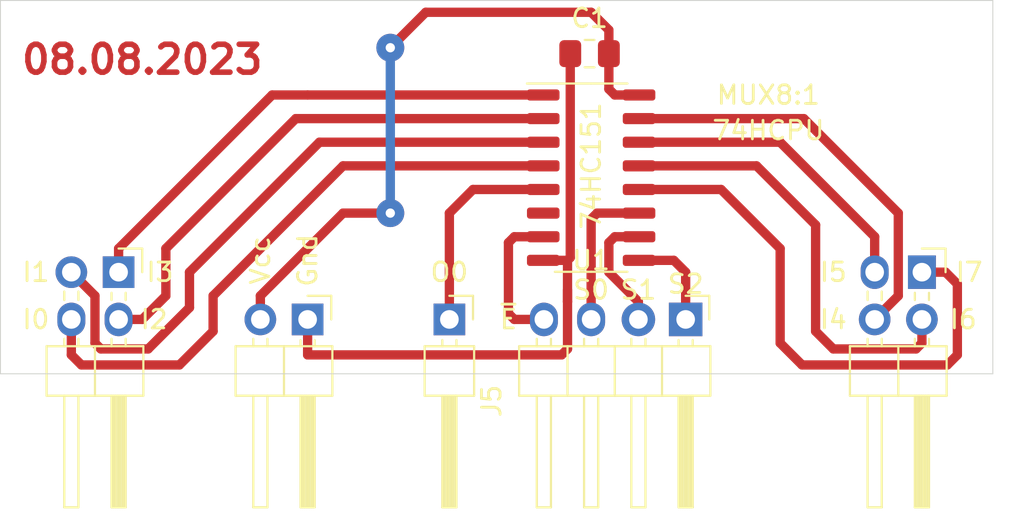
<source format=kicad_pcb>
(kicad_pcb (version 20171130) (host pcbnew "(5.1.8)-1")

  (general
    (thickness 1.6)
    (drawings 23)
    (tracks 90)
    (zones 0)
    (modules 7)
    (nets 17)
  )

  (page A4 portrait)
  (layers
    (0 F.Cu signal)
    (31 B.Cu signal)
    (32 B.Adhes user)
    (33 F.Adhes user)
    (34 B.Paste user)
    (35 F.Paste user)
    (36 B.SilkS user)
    (37 F.SilkS user)
    (38 B.Mask user)
    (39 F.Mask user)
    (40 Dwgs.User user)
    (41 Cmts.User user)
    (42 Eco1.User user)
    (43 Eco2.User user)
    (44 Edge.Cuts user)
    (45 Margin user)
    (46 B.CrtYd user)
    (47 F.CrtYd user)
    (48 B.Fab user)
    (49 F.Fab user)
  )

  (setup
    (last_trace_width 0.5)
    (user_trace_width 0.5)
    (user_trace_width 0.6)
    (user_trace_width 0.8)
    (trace_clearance 0.2)
    (zone_clearance 0.508)
    (zone_45_only no)
    (trace_min 0.2)
    (via_size 0.8)
    (via_drill 0.4)
    (via_min_size 0.4)
    (via_min_drill 0.3)
    (user_via 1.5 0.5)
    (uvia_size 0.3)
    (uvia_drill 0.1)
    (uvias_allowed no)
    (uvia_min_size 0.2)
    (uvia_min_drill 0.1)
    (edge_width 0.05)
    (segment_width 0.2)
    (pcb_text_width 0.3)
    (pcb_text_size 1.5 1.5)
    (mod_edge_width 0.12)
    (mod_text_size 1 1)
    (mod_text_width 0.15)
    (pad_size 1.8 1.5)
    (pad_drill 1)
    (pad_to_mask_clearance 0)
    (aux_axis_origin 0 0)
    (visible_elements 7FFFFFFF)
    (pcbplotparams
      (layerselection 0x010f0_ffffffff)
      (usegerberextensions false)
      (usegerberattributes true)
      (usegerberadvancedattributes true)
      (creategerberjobfile false)
      (excludeedgelayer true)
      (linewidth 0.100000)
      (plotframeref false)
      (viasonmask false)
      (mode 1)
      (useauxorigin false)
      (hpglpennumber 1)
      (hpglpenspeed 20)
      (hpglpendiameter 15.000000)
      (psnegative false)
      (psa4output false)
      (plotreference true)
      (plotvalue true)
      (plotinvisibletext false)
      (padsonsilk false)
      (subtractmaskfromsilk false)
      (outputformat 1)
      (mirror false)
      (drillshape 0)
      (scaleselection 1)
      (outputdirectory "gerber"))
  )

  (net 0 "")
  (net 1 VCC)
  (net 2 GND)
  (net 3 /~E)
  (net 4 /S0)
  (net 5 /S1)
  (net 6 /O0)
  (net 7 /I3)
  (net 8 /I2)
  (net 9 /I1)
  (net 10 /I0)
  (net 11 /I7)
  (net 12 /I6)
  (net 13 /I5)
  (net 14 /I4)
  (net 15 /S2)
  (net 16 "Net-(U1-Pad6)")

  (net_class Default "This is the default net class."
    (clearance 0.2)
    (trace_width 0.25)
    (via_dia 0.8)
    (via_drill 0.4)
    (uvia_dia 0.3)
    (uvia_drill 0.1)
    (add_net /I0)
    (add_net /I1)
    (add_net /I2)
    (add_net /I3)
    (add_net /I4)
    (add_net /I5)
    (add_net /I6)
    (add_net /I7)
    (add_net /O0)
    (add_net /S0)
    (add_net /S1)
    (add_net /S2)
    (add_net /~E)
    (add_net GND)
    (add_net "Net-(U1-Pad6)")
    (add_net VCC)
  )

  (module Package_SO:SO-16_3.9x9.9mm_P1.27mm (layer F.Cu) (tedit 5E888720) (tstamp 64D1C083)
    (at 104.14 55.88)
    (descr "SO, 16 Pin (https://www.nxp.com/docs/en/package-information/SOT109-1.pdf), generated with kicad-footprint-generator ipc_gullwing_generator.py")
    (tags "SO SO")
    (path /64D15F99)
    (attr smd)
    (fp_text reference U1 (at 0 4.445) (layer F.SilkS)
      (effects (font (size 1 1) (thickness 0.15)))
    )
    (fp_text value 74LS151 (at 0 5.9) (layer F.Fab)
      (effects (font (size 1 1) (thickness 0.15)))
    )
    (fp_line (start 3.7 -5.2) (end -3.7 -5.2) (layer F.CrtYd) (width 0.05))
    (fp_line (start 3.7 5.2) (end 3.7 -5.2) (layer F.CrtYd) (width 0.05))
    (fp_line (start -3.7 5.2) (end 3.7 5.2) (layer F.CrtYd) (width 0.05))
    (fp_line (start -3.7 -5.2) (end -3.7 5.2) (layer F.CrtYd) (width 0.05))
    (fp_line (start -1.95 -3.975) (end -0.975 -4.95) (layer F.Fab) (width 0.1))
    (fp_line (start -1.95 4.95) (end -1.95 -3.975) (layer F.Fab) (width 0.1))
    (fp_line (start 1.95 4.95) (end -1.95 4.95) (layer F.Fab) (width 0.1))
    (fp_line (start 1.95 -4.95) (end 1.95 4.95) (layer F.Fab) (width 0.1))
    (fp_line (start -0.975 -4.95) (end 1.95 -4.95) (layer F.Fab) (width 0.1))
    (fp_line (start 0 -5.06) (end -3.45 -5.06) (layer F.SilkS) (width 0.12))
    (fp_line (start 0 -5.06) (end 1.95 -5.06) (layer F.SilkS) (width 0.12))
    (fp_line (start 0 5.06) (end -1.95 5.06) (layer F.SilkS) (width 0.12))
    (fp_line (start 0 5.06) (end 1.95 5.06) (layer F.SilkS) (width 0.12))
    (fp_text user %R (at 0 0) (layer F.Fab)
      (effects (font (size 0.98 0.98) (thickness 0.15)))
    )
    (pad 16 smd roundrect (at 2.575 -4.445) (size 1.75 0.6) (layers F.Cu F.Paste F.Mask) (roundrect_rratio 0.25)
      (net 1 VCC))
    (pad 15 smd roundrect (at 2.575 -3.175) (size 1.75 0.6) (layers F.Cu F.Paste F.Mask) (roundrect_rratio 0.25)
      (net 14 /I4))
    (pad 14 smd roundrect (at 2.575 -1.905) (size 1.75 0.6) (layers F.Cu F.Paste F.Mask) (roundrect_rratio 0.25)
      (net 13 /I5))
    (pad 13 smd roundrect (at 2.575 -0.635) (size 1.75 0.6) (layers F.Cu F.Paste F.Mask) (roundrect_rratio 0.25)
      (net 12 /I6))
    (pad 12 smd roundrect (at 2.575 0.635) (size 1.75 0.6) (layers F.Cu F.Paste F.Mask) (roundrect_rratio 0.25)
      (net 11 /I7))
    (pad 11 smd roundrect (at 2.575 1.905) (size 1.75 0.6) (layers F.Cu F.Paste F.Mask) (roundrect_rratio 0.25)
      (net 4 /S0))
    (pad 10 smd roundrect (at 2.575 3.175) (size 1.75 0.6) (layers F.Cu F.Paste F.Mask) (roundrect_rratio 0.25)
      (net 5 /S1))
    (pad 9 smd roundrect (at 2.575 4.445) (size 1.75 0.6) (layers F.Cu F.Paste F.Mask) (roundrect_rratio 0.25)
      (net 15 /S2))
    (pad 8 smd roundrect (at -2.575 4.445) (size 1.75 0.6) (layers F.Cu F.Paste F.Mask) (roundrect_rratio 0.25)
      (net 2 GND))
    (pad 7 smd roundrect (at -2.575 3.175) (size 1.75 0.6) (layers F.Cu F.Paste F.Mask) (roundrect_rratio 0.25)
      (net 3 /~E))
    (pad 6 smd roundrect (at -2.575 1.905) (size 1.75 0.6) (layers F.Cu F.Paste F.Mask) (roundrect_rratio 0.25)
      (net 16 "Net-(U1-Pad6)"))
    (pad 5 smd roundrect (at -2.575 0.635) (size 1.75 0.6) (layers F.Cu F.Paste F.Mask) (roundrect_rratio 0.25)
      (net 6 /O0))
    (pad 4 smd roundrect (at -2.575 -0.635) (size 1.75 0.6) (layers F.Cu F.Paste F.Mask) (roundrect_rratio 0.25)
      (net 10 /I0))
    (pad 3 smd roundrect (at -2.575 -1.905) (size 1.75 0.6) (layers F.Cu F.Paste F.Mask) (roundrect_rratio 0.25)
      (net 9 /I1))
    (pad 2 smd roundrect (at -2.575 -3.175) (size 1.75 0.6) (layers F.Cu F.Paste F.Mask) (roundrect_rratio 0.25)
      (net 8 /I2))
    (pad 1 smd roundrect (at -2.575 -4.445) (size 1.75 0.6) (layers F.Cu F.Paste F.Mask) (roundrect_rratio 0.25)
      (net 7 /I3))
    (model ${KISYS3DMOD}/Package_SO.3dshapes/SO-16_3.9x9.9mm_P1.27mm.wrl
      (at (xyz 0 0 0))
      (scale (xyz 1 1 1))
      (rotate (xyz 0 0 0))
    )
  )

  (module Connector_PinHeader_2.54mm:PinHeader_1x01_P2.54mm_Horizontal (layer F.Cu) (tedit 59FED5CB) (tstamp 64D1C061)
    (at 96.52 63.5 270)
    (descr "Through hole angled pin header, 1x01, 2.54mm pitch, 6mm pin length, single row")
    (tags "Through hole angled pin header THT 1x01 2.54mm single row")
    (path /64D2003B)
    (fp_text reference J5 (at 4.385 -2.27 90) (layer F.SilkS)
      (effects (font (size 1 1) (thickness 0.15)))
    )
    (fp_text value Conn_01x01_Male (at 4.385 2.27 90) (layer F.Fab)
      (effects (font (size 1 1) (thickness 0.15)))
    )
    (fp_line (start 10.55 -1.8) (end -1.8 -1.8) (layer F.CrtYd) (width 0.05))
    (fp_line (start 10.55 1.8) (end 10.55 -1.8) (layer F.CrtYd) (width 0.05))
    (fp_line (start -1.8 1.8) (end 10.55 1.8) (layer F.CrtYd) (width 0.05))
    (fp_line (start -1.8 -1.8) (end -1.8 1.8) (layer F.CrtYd) (width 0.05))
    (fp_line (start -1.27 -1.27) (end 0 -1.27) (layer F.SilkS) (width 0.12))
    (fp_line (start -1.27 0) (end -1.27 -1.27) (layer F.SilkS) (width 0.12))
    (fp_line (start 1.11 0.38) (end 1.44 0.38) (layer F.SilkS) (width 0.12))
    (fp_line (start 1.11 -0.38) (end 1.44 -0.38) (layer F.SilkS) (width 0.12))
    (fp_line (start 4.1 0.28) (end 10.1 0.28) (layer F.SilkS) (width 0.12))
    (fp_line (start 4.1 0.16) (end 10.1 0.16) (layer F.SilkS) (width 0.12))
    (fp_line (start 4.1 0.04) (end 10.1 0.04) (layer F.SilkS) (width 0.12))
    (fp_line (start 4.1 -0.08) (end 10.1 -0.08) (layer F.SilkS) (width 0.12))
    (fp_line (start 4.1 -0.2) (end 10.1 -0.2) (layer F.SilkS) (width 0.12))
    (fp_line (start 4.1 -0.32) (end 10.1 -0.32) (layer F.SilkS) (width 0.12))
    (fp_line (start 10.1 0.38) (end 4.1 0.38) (layer F.SilkS) (width 0.12))
    (fp_line (start 10.1 -0.38) (end 10.1 0.38) (layer F.SilkS) (width 0.12))
    (fp_line (start 4.1 -0.38) (end 10.1 -0.38) (layer F.SilkS) (width 0.12))
    (fp_line (start 4.1 -1.33) (end 1.44 -1.33) (layer F.SilkS) (width 0.12))
    (fp_line (start 4.1 1.33) (end 4.1 -1.33) (layer F.SilkS) (width 0.12))
    (fp_line (start 1.44 1.33) (end 4.1 1.33) (layer F.SilkS) (width 0.12))
    (fp_line (start 1.44 -1.33) (end 1.44 1.33) (layer F.SilkS) (width 0.12))
    (fp_line (start 4.04 0.32) (end 10.04 0.32) (layer F.Fab) (width 0.1))
    (fp_line (start 10.04 -0.32) (end 10.04 0.32) (layer F.Fab) (width 0.1))
    (fp_line (start 4.04 -0.32) (end 10.04 -0.32) (layer F.Fab) (width 0.1))
    (fp_line (start -0.32 0.32) (end 1.5 0.32) (layer F.Fab) (width 0.1))
    (fp_line (start -0.32 -0.32) (end -0.32 0.32) (layer F.Fab) (width 0.1))
    (fp_line (start -0.32 -0.32) (end 1.5 -0.32) (layer F.Fab) (width 0.1))
    (fp_line (start 1.5 -0.635) (end 2.135 -1.27) (layer F.Fab) (width 0.1))
    (fp_line (start 1.5 1.27) (end 1.5 -0.635) (layer F.Fab) (width 0.1))
    (fp_line (start 4.04 1.27) (end 1.5 1.27) (layer F.Fab) (width 0.1))
    (fp_line (start 4.04 -1.27) (end 4.04 1.27) (layer F.Fab) (width 0.1))
    (fp_line (start 2.135 -1.27) (end 4.04 -1.27) (layer F.Fab) (width 0.1))
    (fp_text user %R (at 2.77 0) (layer F.Fab)
      (effects (font (size 1 1) (thickness 0.15)))
    )
    (pad 1 thru_hole rect (at 0 0 270) (size 1.7 1.7) (drill 1) (layers *.Cu *.Mask)
      (net 6 /O0))
    (model ${KISYS3DMOD}/Connector_PinHeader_2.54mm.3dshapes/PinHeader_1x01_P2.54mm_Horizontal.wrl
      (at (xyz 0 0 0))
      (scale (xyz 1 1 1))
      (rotate (xyz 0 0 0))
    )
  )

  (module Connector_PinHeader_2.54mm:PinHeader_1x04_P2.54mm_Horizontal (layer F.Cu) (tedit 64D160A7) (tstamp 64D1BFD7)
    (at 109.22 63.5 270)
    (descr "Through hole angled pin header, 1x04, 2.54mm pitch, 6mm pin length, single row")
    (tags "Through hole angled pin header THT 1x04 2.54mm single row")
    (path /64D1A0A6)
    (fp_text reference J3 (at 1.905 -3.175 90) (layer F.SilkS) hide
      (effects (font (size 1 1) (thickness 0.15)))
    )
    (fp_text value Conn_01x04_Male (at 4.385 9.89 90) (layer F.Fab)
      (effects (font (size 1 1) (thickness 0.15)))
    )
    (fp_line (start 10.55 -1.8) (end -1.8 -1.8) (layer F.CrtYd) (width 0.05))
    (fp_line (start 10.55 9.4) (end 10.55 -1.8) (layer F.CrtYd) (width 0.05))
    (fp_line (start -1.8 9.4) (end 10.55 9.4) (layer F.CrtYd) (width 0.05))
    (fp_line (start -1.8 -1.8) (end -1.8 9.4) (layer F.CrtYd) (width 0.05))
    (fp_line (start -1.27 -1.27) (end 0 -1.27) (layer F.SilkS) (width 0.12))
    (fp_line (start -1.27 0) (end -1.27 -1.27) (layer F.SilkS) (width 0.12))
    (fp_line (start 1.042929 8) (end 1.44 8) (layer F.SilkS) (width 0.12))
    (fp_line (start 1.042929 7.24) (end 1.44 7.24) (layer F.SilkS) (width 0.12))
    (fp_line (start 10.1 8) (end 4.1 8) (layer F.SilkS) (width 0.12))
    (fp_line (start 10.1 7.24) (end 10.1 8) (layer F.SilkS) (width 0.12))
    (fp_line (start 4.1 7.24) (end 10.1 7.24) (layer F.SilkS) (width 0.12))
    (fp_line (start 1.44 6.35) (end 4.1 6.35) (layer F.SilkS) (width 0.12))
    (fp_line (start 1.042929 5.46) (end 1.44 5.46) (layer F.SilkS) (width 0.12))
    (fp_line (start 1.042929 4.7) (end 1.44 4.7) (layer F.SilkS) (width 0.12))
    (fp_line (start 10.1 5.46) (end 4.1 5.46) (layer F.SilkS) (width 0.12))
    (fp_line (start 10.1 4.7) (end 10.1 5.46) (layer F.SilkS) (width 0.12))
    (fp_line (start 4.1 4.7) (end 10.1 4.7) (layer F.SilkS) (width 0.12))
    (fp_line (start 1.44 3.81) (end 4.1 3.81) (layer F.SilkS) (width 0.12))
    (fp_line (start 1.042929 2.92) (end 1.44 2.92) (layer F.SilkS) (width 0.12))
    (fp_line (start 1.042929 2.16) (end 1.44 2.16) (layer F.SilkS) (width 0.12))
    (fp_line (start 10.1 2.92) (end 4.1 2.92) (layer F.SilkS) (width 0.12))
    (fp_line (start 10.1 2.16) (end 10.1 2.92) (layer F.SilkS) (width 0.12))
    (fp_line (start 4.1 2.16) (end 10.1 2.16) (layer F.SilkS) (width 0.12))
    (fp_line (start 1.44 1.27) (end 4.1 1.27) (layer F.SilkS) (width 0.12))
    (fp_line (start 1.11 0.38) (end 1.44 0.38) (layer F.SilkS) (width 0.12))
    (fp_line (start 1.11 -0.38) (end 1.44 -0.38) (layer F.SilkS) (width 0.12))
    (fp_line (start 4.1 0.28) (end 10.1 0.28) (layer F.SilkS) (width 0.12))
    (fp_line (start 4.1 0.16) (end 10.1 0.16) (layer F.SilkS) (width 0.12))
    (fp_line (start 4.1 0.04) (end 10.1 0.04) (layer F.SilkS) (width 0.12))
    (fp_line (start 4.1 -0.08) (end 10.1 -0.08) (layer F.SilkS) (width 0.12))
    (fp_line (start 4.1 -0.2) (end 10.1 -0.2) (layer F.SilkS) (width 0.12))
    (fp_line (start 4.1 -0.32) (end 10.1 -0.32) (layer F.SilkS) (width 0.12))
    (fp_line (start 10.1 0.38) (end 4.1 0.38) (layer F.SilkS) (width 0.12))
    (fp_line (start 10.1 -0.38) (end 10.1 0.38) (layer F.SilkS) (width 0.12))
    (fp_line (start 4.1 -0.38) (end 10.1 -0.38) (layer F.SilkS) (width 0.12))
    (fp_line (start 4.1 -1.33) (end 1.44 -1.33) (layer F.SilkS) (width 0.12))
    (fp_line (start 4.1 8.95) (end 4.1 -1.33) (layer F.SilkS) (width 0.12))
    (fp_line (start 1.44 8.95) (end 4.1 8.95) (layer F.SilkS) (width 0.12))
    (fp_line (start 1.44 -1.33) (end 1.44 8.95) (layer F.SilkS) (width 0.12))
    (fp_line (start 4.04 7.94) (end 10.04 7.94) (layer F.Fab) (width 0.1))
    (fp_line (start 10.04 7.3) (end 10.04 7.94) (layer F.Fab) (width 0.1))
    (fp_line (start 4.04 7.3) (end 10.04 7.3) (layer F.Fab) (width 0.1))
    (fp_line (start -0.32 7.94) (end 1.5 7.94) (layer F.Fab) (width 0.1))
    (fp_line (start -0.32 7.3) (end -0.32 7.94) (layer F.Fab) (width 0.1))
    (fp_line (start -0.32 7.3) (end 1.5 7.3) (layer F.Fab) (width 0.1))
    (fp_line (start 4.04 5.4) (end 10.04 5.4) (layer F.Fab) (width 0.1))
    (fp_line (start 10.04 4.76) (end 10.04 5.4) (layer F.Fab) (width 0.1))
    (fp_line (start 4.04 4.76) (end 10.04 4.76) (layer F.Fab) (width 0.1))
    (fp_line (start -0.32 5.4) (end 1.5 5.4) (layer F.Fab) (width 0.1))
    (fp_line (start -0.32 4.76) (end -0.32 5.4) (layer F.Fab) (width 0.1))
    (fp_line (start -0.32 4.76) (end 1.5 4.76) (layer F.Fab) (width 0.1))
    (fp_line (start 4.04 2.86) (end 10.04 2.86) (layer F.Fab) (width 0.1))
    (fp_line (start 10.04 2.22) (end 10.04 2.86) (layer F.Fab) (width 0.1))
    (fp_line (start 4.04 2.22) (end 10.04 2.22) (layer F.Fab) (width 0.1))
    (fp_line (start -0.32 2.86) (end 1.5 2.86) (layer F.Fab) (width 0.1))
    (fp_line (start -0.32 2.22) (end -0.32 2.86) (layer F.Fab) (width 0.1))
    (fp_line (start -0.32 2.22) (end 1.5 2.22) (layer F.Fab) (width 0.1))
    (fp_line (start 4.04 0.32) (end 10.04 0.32) (layer F.Fab) (width 0.1))
    (fp_line (start 10.04 -0.32) (end 10.04 0.32) (layer F.Fab) (width 0.1))
    (fp_line (start 4.04 -0.32) (end 10.04 -0.32) (layer F.Fab) (width 0.1))
    (fp_line (start -0.32 0.32) (end 1.5 0.32) (layer F.Fab) (width 0.1))
    (fp_line (start -0.32 -0.32) (end -0.32 0.32) (layer F.Fab) (width 0.1))
    (fp_line (start -0.32 -0.32) (end 1.5 -0.32) (layer F.Fab) (width 0.1))
    (fp_line (start 1.5 -0.635) (end 2.135 -1.27) (layer F.Fab) (width 0.1))
    (fp_line (start 1.5 8.89) (end 1.5 -0.635) (layer F.Fab) (width 0.1))
    (fp_line (start 4.04 8.89) (end 1.5 8.89) (layer F.Fab) (width 0.1))
    (fp_line (start 4.04 -1.27) (end 4.04 8.89) (layer F.Fab) (width 0.1))
    (fp_line (start 2.135 -1.27) (end 4.04 -1.27) (layer F.Fab) (width 0.1))
    (fp_text user %R (at 2.77 3.81) (layer F.Fab)
      (effects (font (size 1 1) (thickness 0.15)))
    )
    (pad 4 thru_hole oval (at 0 7.62 270) (size 1.8 1.5) (drill 1) (layers *.Cu *.Mask)
      (net 3 /~E))
    (pad 3 thru_hole oval (at 0 5.08 270) (size 1.8 1.5) (drill 1) (layers *.Cu *.Mask)
      (net 4 /S0))
    (pad 2 thru_hole oval (at 0 2.54 270) (size 1.8 1.8) (drill 1) (layers *.Cu *.Mask)
      (net 5 /S1))
    (pad 1 thru_hole rect (at 0 0 270) (size 1.8 1.8) (drill 1) (layers *.Cu *.Mask)
      (net 15 /S2))
    (model ${KISYS3DMOD}/Connector_PinHeader_2.54mm.3dshapes/PinHeader_1x04_P2.54mm_Horizontal.wrl
      (at (xyz 0 0 0))
      (scale (xyz 1 1 1))
      (rotate (xyz 0 0 0))
    )
  )

  (module Connector_PinHeader_2.54mm:PinHeader_2x02_P2.54mm_Horizontal (layer F.Cu) (tedit 64D16371) (tstamp 64820538)
    (at 121.92 60.96 270)
    (descr "Through hole angled pin header, 2x02, 2.54mm pitch, 6mm pin length, double rows")
    (tags "Through hole angled pin header THT 2x02 2.54mm double row")
    (path /6482170D)
    (fp_text reference J2 (at 3.175 -3.175 90) (layer F.SilkS) hide
      (effects (font (size 1 1) (thickness 0.15)))
    )
    (fp_text value Conn_01x04_Male (at 4.445 1.27 180) (layer F.Fab)
      (effects (font (size 1 1) (thickness 0.15)))
    )
    (fp_line (start 13.1 -1.8) (end -1.8 -1.8) (layer F.CrtYd) (width 0.05))
    (fp_line (start 13.1 4.35) (end 13.1 -1.8) (layer F.CrtYd) (width 0.05))
    (fp_line (start -1.8 4.35) (end 13.1 4.35) (layer F.CrtYd) (width 0.05))
    (fp_line (start -1.8 -1.8) (end -1.8 4.35) (layer F.CrtYd) (width 0.05))
    (fp_line (start -1.27 -1.27) (end 0 -1.27) (layer F.SilkS) (width 0.12))
    (fp_line (start -1.27 0) (end -1.27 -1.27) (layer F.SilkS) (width 0.12))
    (fp_line (start 1.042929 2.92) (end 1.497071 2.92) (layer F.SilkS) (width 0.12))
    (fp_line (start 1.042929 2.16) (end 1.497071 2.16) (layer F.SilkS) (width 0.12))
    (fp_line (start 3.582929 2.92) (end 3.98 2.92) (layer F.SilkS) (width 0.12))
    (fp_line (start 3.582929 2.16) (end 3.98 2.16) (layer F.SilkS) (width 0.12))
    (fp_line (start 12.64 2.92) (end 6.64 2.92) (layer F.SilkS) (width 0.12))
    (fp_line (start 12.64 2.16) (end 12.64 2.92) (layer F.SilkS) (width 0.12))
    (fp_line (start 6.64 2.16) (end 12.64 2.16) (layer F.SilkS) (width 0.12))
    (fp_line (start 3.98 1.27) (end 6.64 1.27) (layer F.SilkS) (width 0.12))
    (fp_line (start 1.11 0.38) (end 1.497071 0.38) (layer F.SilkS) (width 0.12))
    (fp_line (start 1.11 -0.38) (end 1.497071 -0.38) (layer F.SilkS) (width 0.12))
    (fp_line (start 3.582929 0.38) (end 3.98 0.38) (layer F.SilkS) (width 0.12))
    (fp_line (start 3.582929 -0.38) (end 3.98 -0.38) (layer F.SilkS) (width 0.12))
    (fp_line (start 6.64 0.28) (end 12.64 0.28) (layer F.SilkS) (width 0.12))
    (fp_line (start 6.64 0.16) (end 12.64 0.16) (layer F.SilkS) (width 0.12))
    (fp_line (start 6.64 0.04) (end 12.64 0.04) (layer F.SilkS) (width 0.12))
    (fp_line (start 6.64 -0.08) (end 12.64 -0.08) (layer F.SilkS) (width 0.12))
    (fp_line (start 6.64 -0.2) (end 12.64 -0.2) (layer F.SilkS) (width 0.12))
    (fp_line (start 6.64 -0.32) (end 12.64 -0.32) (layer F.SilkS) (width 0.12))
    (fp_line (start 12.64 0.38) (end 6.64 0.38) (layer F.SilkS) (width 0.12))
    (fp_line (start 12.64 -0.38) (end 12.64 0.38) (layer F.SilkS) (width 0.12))
    (fp_line (start 6.64 -0.38) (end 12.64 -0.38) (layer F.SilkS) (width 0.12))
    (fp_line (start 6.64 -1.33) (end 3.98 -1.33) (layer F.SilkS) (width 0.12))
    (fp_line (start 6.64 3.87) (end 6.64 -1.33) (layer F.SilkS) (width 0.12))
    (fp_line (start 3.98 3.87) (end 6.64 3.87) (layer F.SilkS) (width 0.12))
    (fp_line (start 3.98 -1.33) (end 3.98 3.87) (layer F.SilkS) (width 0.12))
    (fp_line (start 6.58 2.86) (end 12.58 2.86) (layer F.Fab) (width 0.1))
    (fp_line (start 12.58 2.22) (end 12.58 2.86) (layer F.Fab) (width 0.1))
    (fp_line (start 6.58 2.22) (end 12.58 2.22) (layer F.Fab) (width 0.1))
    (fp_line (start -0.32 2.86) (end 4.04 2.86) (layer F.Fab) (width 0.1))
    (fp_line (start -0.32 2.22) (end -0.32 2.86) (layer F.Fab) (width 0.1))
    (fp_line (start -0.32 2.22) (end 4.04 2.22) (layer F.Fab) (width 0.1))
    (fp_line (start 6.58 0.32) (end 12.58 0.32) (layer F.Fab) (width 0.1))
    (fp_line (start 12.58 -0.32) (end 12.58 0.32) (layer F.Fab) (width 0.1))
    (fp_line (start 6.58 -0.32) (end 12.58 -0.32) (layer F.Fab) (width 0.1))
    (fp_line (start -0.32 0.32) (end 4.04 0.32) (layer F.Fab) (width 0.1))
    (fp_line (start -0.32 -0.32) (end -0.32 0.32) (layer F.Fab) (width 0.1))
    (fp_line (start -0.32 -0.32) (end 4.04 -0.32) (layer F.Fab) (width 0.1))
    (fp_line (start 4.04 -0.635) (end 4.675 -1.27) (layer F.Fab) (width 0.1))
    (fp_line (start 4.04 3.81) (end 4.04 -0.635) (layer F.Fab) (width 0.1))
    (fp_line (start 6.58 3.81) (end 4.04 3.81) (layer F.Fab) (width 0.1))
    (fp_line (start 6.58 -1.27) (end 6.58 3.81) (layer F.Fab) (width 0.1))
    (fp_line (start 4.675 -1.27) (end 6.58 -1.27) (layer F.Fab) (width 0.1))
    (fp_text user %R (at 5.31 1.27) (layer F.Fab)
      (effects (font (size 1 1) (thickness 0.15)))
    )
    (pad 4 thru_hole oval (at 2.54 2.54 270) (size 1.7 1.7) (drill 1) (layers *.Cu *.Mask)
      (net 14 /I4))
    (pad 3 thru_hole oval (at 0 2.54 270) (size 1.8 1.5) (drill 1) (layers *.Cu *.Mask)
      (net 13 /I5))
    (pad 2 thru_hole oval (at 2.54 0 270) (size 1.7 1.7) (drill 1) (layers *.Cu *.Mask)
      (net 12 /I6))
    (pad 1 thru_hole rect (at 0 0 270) (size 1.8 1.5) (drill 1) (layers *.Cu *.Mask)
      (net 11 /I7))
    (model ${KISYS3DMOD}/Connector_PinHeader_2.54mm.3dshapes/PinHeader_2x02_P2.54mm_Horizontal.wrl
      (at (xyz 0 0 0))
      (scale (xyz 1 1 1))
      (rotate (xyz 0 0 0))
    )
  )

  (module Connector_PinHeader_2.54mm:PinHeader_2x02_P2.54mm_Horizontal (layer F.Cu) (tedit 64D16304) (tstamp 648204EB)
    (at 78.74 60.96 270)
    (descr "Through hole angled pin header, 2x02, 2.54mm pitch, 6mm pin length, double rows")
    (tags "Through hole angled pin header THT 2x02 2.54mm double row")
    (path /6482061C)
    (fp_text reference J1 (at 3.175 -3.175 90) (layer F.SilkS) hide
      (effects (font (size 1 1) (thickness 0.15)))
    )
    (fp_text value Conn_01x04_Male (at 4.445 -0.635 180) (layer F.Fab)
      (effects (font (size 1 1) (thickness 0.15)))
    )
    (fp_line (start 13.1 -1.8) (end -1.8 -1.8) (layer F.CrtYd) (width 0.05))
    (fp_line (start 13.1 4.35) (end 13.1 -1.8) (layer F.CrtYd) (width 0.05))
    (fp_line (start -1.8 4.35) (end 13.1 4.35) (layer F.CrtYd) (width 0.05))
    (fp_line (start -1.8 -1.8) (end -1.8 4.35) (layer F.CrtYd) (width 0.05))
    (fp_line (start -1.27 -1.27) (end 0 -1.27) (layer F.SilkS) (width 0.12))
    (fp_line (start -1.27 0) (end -1.27 -1.27) (layer F.SilkS) (width 0.12))
    (fp_line (start 1.042929 2.92) (end 1.497071 2.92) (layer F.SilkS) (width 0.12))
    (fp_line (start 1.042929 2.16) (end 1.497071 2.16) (layer F.SilkS) (width 0.12))
    (fp_line (start 3.582929 2.92) (end 3.98 2.92) (layer F.SilkS) (width 0.12))
    (fp_line (start 3.582929 2.16) (end 3.98 2.16) (layer F.SilkS) (width 0.12))
    (fp_line (start 12.64 2.92) (end 6.64 2.92) (layer F.SilkS) (width 0.12))
    (fp_line (start 12.64 2.16) (end 12.64 2.92) (layer F.SilkS) (width 0.12))
    (fp_line (start 6.64 2.16) (end 12.64 2.16) (layer F.SilkS) (width 0.12))
    (fp_line (start 3.98 1.27) (end 6.64 1.27) (layer F.SilkS) (width 0.12))
    (fp_line (start 1.11 0.38) (end 1.497071 0.38) (layer F.SilkS) (width 0.12))
    (fp_line (start 1.11 -0.38) (end 1.497071 -0.38) (layer F.SilkS) (width 0.12))
    (fp_line (start 3.582929 0.38) (end 3.98 0.38) (layer F.SilkS) (width 0.12))
    (fp_line (start 3.582929 -0.38) (end 3.98 -0.38) (layer F.SilkS) (width 0.12))
    (fp_line (start 6.64 0.28) (end 12.64 0.28) (layer F.SilkS) (width 0.12))
    (fp_line (start 6.64 0.16) (end 12.64 0.16) (layer F.SilkS) (width 0.12))
    (fp_line (start 6.64 0.04) (end 12.64 0.04) (layer F.SilkS) (width 0.12))
    (fp_line (start 6.64 -0.08) (end 12.64 -0.08) (layer F.SilkS) (width 0.12))
    (fp_line (start 6.64 -0.2) (end 12.64 -0.2) (layer F.SilkS) (width 0.12))
    (fp_line (start 6.64 -0.32) (end 12.64 -0.32) (layer F.SilkS) (width 0.12))
    (fp_line (start 12.64 0.38) (end 6.64 0.38) (layer F.SilkS) (width 0.12))
    (fp_line (start 12.64 -0.38) (end 12.64 0.38) (layer F.SilkS) (width 0.12))
    (fp_line (start 6.64 -0.38) (end 12.64 -0.38) (layer F.SilkS) (width 0.12))
    (fp_line (start 6.64 -1.33) (end 3.98 -1.33) (layer F.SilkS) (width 0.12))
    (fp_line (start 6.64 3.87) (end 6.64 -1.33) (layer F.SilkS) (width 0.12))
    (fp_line (start 3.98 3.87) (end 6.64 3.87) (layer F.SilkS) (width 0.12))
    (fp_line (start 3.98 -1.33) (end 3.98 3.87) (layer F.SilkS) (width 0.12))
    (fp_line (start 6.58 2.86) (end 12.58 2.86) (layer F.Fab) (width 0.1))
    (fp_line (start 12.58 2.22) (end 12.58 2.86) (layer F.Fab) (width 0.1))
    (fp_line (start 6.58 2.22) (end 12.58 2.22) (layer F.Fab) (width 0.1))
    (fp_line (start -0.32 2.86) (end 4.04 2.86) (layer F.Fab) (width 0.1))
    (fp_line (start -0.32 2.22) (end -0.32 2.86) (layer F.Fab) (width 0.1))
    (fp_line (start -0.32 2.22) (end 4.04 2.22) (layer F.Fab) (width 0.1))
    (fp_line (start 6.58 0.32) (end 12.58 0.32) (layer F.Fab) (width 0.1))
    (fp_line (start 12.58 -0.32) (end 12.58 0.32) (layer F.Fab) (width 0.1))
    (fp_line (start 6.58 -0.32) (end 12.58 -0.32) (layer F.Fab) (width 0.1))
    (fp_line (start -0.32 0.32) (end 4.04 0.32) (layer F.Fab) (width 0.1))
    (fp_line (start -0.32 -0.32) (end -0.32 0.32) (layer F.Fab) (width 0.1))
    (fp_line (start -0.32 -0.32) (end 4.04 -0.32) (layer F.Fab) (width 0.1))
    (fp_line (start 4.04 -0.635) (end 4.675 -1.27) (layer F.Fab) (width 0.1))
    (fp_line (start 4.04 3.81) (end 4.04 -0.635) (layer F.Fab) (width 0.1))
    (fp_line (start 6.58 3.81) (end 4.04 3.81) (layer F.Fab) (width 0.1))
    (fp_line (start 6.58 -1.27) (end 6.58 3.81) (layer F.Fab) (width 0.1))
    (fp_line (start 4.675 -1.27) (end 6.58 -1.27) (layer F.Fab) (width 0.1))
    (fp_text user %R (at 5.31 1.27) (layer F.Fab)
      (effects (font (size 1 1) (thickness 0.15)))
    )
    (pad 4 thru_hole oval (at 2.54 2.54 270) (size 1.8 1.5) (drill 1) (layers *.Cu *.Mask)
      (net 10 /I0))
    (pad 3 thru_hole oval (at 0 2.54 270) (size 1.7 1.7) (drill 1) (layers *.Cu *.Mask)
      (net 9 /I1))
    (pad 2 thru_hole oval (at 2.54 0 270) (size 1.8 1.5) (drill 1) (layers *.Cu *.Mask)
      (net 8 /I2))
    (pad 1 thru_hole rect (at 0 0 270) (size 1.7 1.7) (drill 1) (layers *.Cu *.Mask)
      (net 7 /I3))
    (model ${KISYS3DMOD}/Connector_PinHeader_2.54mm.3dshapes/PinHeader_2x02_P2.54mm_Horizontal.wrl
      (at (xyz 0 0 0))
      (scale (xyz 1 1 1))
      (rotate (xyz 0 0 0))
    )
  )

  (module Capacitor_SMD:C_0805_2012Metric_Pad1.18x1.45mm_HandSolder (layer F.Cu) (tedit 5F68FEEF) (tstamp 6482049E)
    (at 104.055 49.2125 180)
    (descr "Capacitor SMD 0805 (2012 Metric), square (rectangular) end terminal, IPC_7351 nominal with elongated pad for handsoldering. (Body size source: IPC-SM-782 page 76, https://www.pcb-3d.com/wordpress/wp-content/uploads/ipc-sm-782a_amendment_1_and_2.pdf, https://docs.google.com/spreadsheets/d/1BsfQQcO9C6DZCsRaXUlFlo91Tg2WpOkGARC1WS5S8t0/edit?usp=sharing), generated with kicad-footprint-generator")
    (tags "capacitor handsolder")
    (path /64829BAA)
    (attr smd)
    (fp_text reference C1 (at 0 1.905) (layer F.SilkS)
      (effects (font (size 1 1) (thickness 0.15)))
    )
    (fp_text value C (at 0 1.68) (layer F.Fab)
      (effects (font (size 1 1) (thickness 0.15)))
    )
    (fp_line (start 1.88 0.98) (end -1.88 0.98) (layer F.CrtYd) (width 0.05))
    (fp_line (start 1.88 -0.98) (end 1.88 0.98) (layer F.CrtYd) (width 0.05))
    (fp_line (start -1.88 -0.98) (end 1.88 -0.98) (layer F.CrtYd) (width 0.05))
    (fp_line (start -1.88 0.98) (end -1.88 -0.98) (layer F.CrtYd) (width 0.05))
    (fp_line (start -0.261252 0.735) (end 0.261252 0.735) (layer F.SilkS) (width 0.12))
    (fp_line (start -0.261252 -0.735) (end 0.261252 -0.735) (layer F.SilkS) (width 0.12))
    (fp_line (start 1 0.625) (end -1 0.625) (layer F.Fab) (width 0.1))
    (fp_line (start 1 -0.625) (end 1 0.625) (layer F.Fab) (width 0.1))
    (fp_line (start -1 -0.625) (end 1 -0.625) (layer F.Fab) (width 0.1))
    (fp_line (start -1 0.625) (end -1 -0.625) (layer F.Fab) (width 0.1))
    (fp_text user %R (at 0 0) (layer F.Fab)
      (effects (font (size 0.5 0.5) (thickness 0.08)))
    )
    (pad 1 smd roundrect (at -1.0375 0 180) (size 1.175 1.45) (layers F.Cu F.Paste F.Mask) (roundrect_rratio 0.2127659574468085)
      (net 1 VCC))
    (pad 2 smd roundrect (at 1.0375 0 180) (size 1.175 1.45) (layers F.Cu F.Paste F.Mask) (roundrect_rratio 0.2127659574468085)
      (net 2 GND))
    (model ${KISYS3DMOD}/Capacitor_SMD.3dshapes/C_0805_2012Metric.wrl
      (at (xyz 0 0 0))
      (scale (xyz 1 1 1))
      (rotate (xyz 0 0 0))
    )
  )

  (module Connector_PinHeader_2.54mm:PinHeader_1x02_P2.54mm_Horizontal (layer F.Cu) (tedit 59FED5CB) (tstamp 648205AB)
    (at 88.9 63.5 270)
    (descr "Through hole angled pin header, 1x02, 2.54mm pitch, 6mm pin length, single row")
    (tags "Through hole angled pin header THT 1x02 2.54mm single row")
    (path /64822EFE)
    (fp_text reference J4 (at 0 -2.54 90) (layer F.SilkS) hide
      (effects (font (size 1 1) (thickness 0.15)))
    )
    (fp_text value Conn_01x02_Male (at 2.135 -1.27 180) (layer F.Fab)
      (effects (font (size 1 1) (thickness 0.15)))
    )
    (fp_line (start 10.55 -1.8) (end -1.8 -1.8) (layer F.CrtYd) (width 0.05))
    (fp_line (start 10.55 4.35) (end 10.55 -1.8) (layer F.CrtYd) (width 0.05))
    (fp_line (start -1.8 4.35) (end 10.55 4.35) (layer F.CrtYd) (width 0.05))
    (fp_line (start -1.8 -1.8) (end -1.8 4.35) (layer F.CrtYd) (width 0.05))
    (fp_line (start -1.27 -1.27) (end 0 -1.27) (layer F.SilkS) (width 0.12))
    (fp_line (start -1.27 0) (end -1.27 -1.27) (layer F.SilkS) (width 0.12))
    (fp_line (start 1.042929 2.92) (end 1.44 2.92) (layer F.SilkS) (width 0.12))
    (fp_line (start 1.042929 2.16) (end 1.44 2.16) (layer F.SilkS) (width 0.12))
    (fp_line (start 10.1 2.92) (end 4.1 2.92) (layer F.SilkS) (width 0.12))
    (fp_line (start 10.1 2.16) (end 10.1 2.92) (layer F.SilkS) (width 0.12))
    (fp_line (start 4.1 2.16) (end 10.1 2.16) (layer F.SilkS) (width 0.12))
    (fp_line (start 1.44 1.27) (end 4.1 1.27) (layer F.SilkS) (width 0.12))
    (fp_line (start 1.11 0.38) (end 1.44 0.38) (layer F.SilkS) (width 0.12))
    (fp_line (start 1.11 -0.38) (end 1.44 -0.38) (layer F.SilkS) (width 0.12))
    (fp_line (start 4.1 0.28) (end 10.1 0.28) (layer F.SilkS) (width 0.12))
    (fp_line (start 4.1 0.16) (end 10.1 0.16) (layer F.SilkS) (width 0.12))
    (fp_line (start 4.1 0.04) (end 10.1 0.04) (layer F.SilkS) (width 0.12))
    (fp_line (start 4.1 -0.08) (end 10.1 -0.08) (layer F.SilkS) (width 0.12))
    (fp_line (start 4.1 -0.2) (end 10.1 -0.2) (layer F.SilkS) (width 0.12))
    (fp_line (start 4.1 -0.32) (end 10.1 -0.32) (layer F.SilkS) (width 0.12))
    (fp_line (start 10.1 0.38) (end 4.1 0.38) (layer F.SilkS) (width 0.12))
    (fp_line (start 10.1 -0.38) (end 10.1 0.38) (layer F.SilkS) (width 0.12))
    (fp_line (start 4.1 -0.38) (end 10.1 -0.38) (layer F.SilkS) (width 0.12))
    (fp_line (start 4.1 -1.33) (end 1.44 -1.33) (layer F.SilkS) (width 0.12))
    (fp_line (start 4.1 3.87) (end 4.1 -1.33) (layer F.SilkS) (width 0.12))
    (fp_line (start 1.44 3.87) (end 4.1 3.87) (layer F.SilkS) (width 0.12))
    (fp_line (start 1.44 -1.33) (end 1.44 3.87) (layer F.SilkS) (width 0.12))
    (fp_line (start 4.04 2.86) (end 10.04 2.86) (layer F.Fab) (width 0.1))
    (fp_line (start 10.04 2.22) (end 10.04 2.86) (layer F.Fab) (width 0.1))
    (fp_line (start 4.04 2.22) (end 10.04 2.22) (layer F.Fab) (width 0.1))
    (fp_line (start -0.32 2.86) (end 1.5 2.86) (layer F.Fab) (width 0.1))
    (fp_line (start -0.32 2.22) (end -0.32 2.86) (layer F.Fab) (width 0.1))
    (fp_line (start -0.32 2.22) (end 1.5 2.22) (layer F.Fab) (width 0.1))
    (fp_line (start 4.04 0.32) (end 10.04 0.32) (layer F.Fab) (width 0.1))
    (fp_line (start 10.04 -0.32) (end 10.04 0.32) (layer F.Fab) (width 0.1))
    (fp_line (start 4.04 -0.32) (end 10.04 -0.32) (layer F.Fab) (width 0.1))
    (fp_line (start -0.32 0.32) (end 1.5 0.32) (layer F.Fab) (width 0.1))
    (fp_line (start -0.32 -0.32) (end -0.32 0.32) (layer F.Fab) (width 0.1))
    (fp_line (start -0.32 -0.32) (end 1.5 -0.32) (layer F.Fab) (width 0.1))
    (fp_line (start 1.5 -0.635) (end 2.135 -1.27) (layer F.Fab) (width 0.1))
    (fp_line (start 1.5 3.81) (end 1.5 -0.635) (layer F.Fab) (width 0.1))
    (fp_line (start 4.04 3.81) (end 1.5 3.81) (layer F.Fab) (width 0.1))
    (fp_line (start 4.04 -1.27) (end 4.04 3.81) (layer F.Fab) (width 0.1))
    (fp_line (start 2.135 -1.27) (end 4.04 -1.27) (layer F.Fab) (width 0.1))
    (fp_text user %R (at 2.77 1.27) (layer F.Fab)
      (effects (font (size 1 1) (thickness 0.15)))
    )
    (pad 1 thru_hole rect (at 0 0 270) (size 1.7 1.7) (drill 1) (layers *.Cu *.Mask)
      (net 2 GND))
    (pad 2 thru_hole oval (at 0 2.54 270) (size 1.7 1.7) (drill 1) (layers *.Cu *.Mask)
      (net 1 VCC))
    (model ${KISYS3DMOD}/Connector_PinHeader_2.54mm.3dshapes/PinHeader_1x02_P2.54mm_Horizontal.wrl
      (at (xyz 0 0 0))
      (scale (xyz 1 1 1))
      (rotate (xyz 0 0 0))
    )
  )

  (gr_text S2 (at 109.22 61.595) (layer F.SilkS) (tstamp 64D1F185)
    (effects (font (size 1 1) (thickness 0.15)))
  )
  (gr_text 08.08.2023 (at 80.01 49.53) (layer F.Cu)
    (effects (font (size 1.5 1.5) (thickness 0.3)))
  )
  (gr_text 74HCPU (at 113.665 53.34) (layer F.SilkS)
    (effects (font (size 1 1) (thickness 0.15)))
  )
  (gr_text MUX8:1 (at 113.665 51.435) (layer F.SilkS)
    (effects (font (size 1 1) (thickness 0.15)))
  )
  (gr_text 74HC151 (at 104.14 55.245 90) (layer F.SilkS)
    (effects (font (size 1 1) (thickness 0.15)))
  )
  (gr_text I7 (at 124.46 60.96) (layer F.SilkS)
    (effects (font (size 1 1) (thickness 0.15)))
  )
  (gr_text I6 (at 124.1425 63.5) (layer F.SilkS)
    (effects (font (size 1 1) (thickness 0.15)))
  )
  (gr_text I5 (at 117.1575 60.96) (layer F.SilkS)
    (effects (font (size 1 1) (thickness 0.15)))
  )
  (gr_text I4 (at 117.1575 63.5) (layer F.SilkS)
    (effects (font (size 1 1) (thickness 0.15)))
  )
  (gr_text S1 (at 106.68 61.9125) (layer F.SilkS)
    (effects (font (size 1 1) (thickness 0.15)))
  )
  (gr_text ~E (at 99.695 63.5) (layer F.SilkS)
    (effects (font (size 1 1) (thickness 0.15)))
  )
  (gr_text S0 (at 104.14 61.9125) (layer F.SilkS)
    (effects (font (size 1 1) (thickness 0.15)))
  )
  (gr_text I0 (at 74.295 63.5) (layer F.SilkS)
    (effects (font (size 1 1) (thickness 0.15)))
  )
  (gr_text I1 (at 74.295 60.96) (layer F.SilkS)
    (effects (font (size 1 1) (thickness 0.15)))
  )
  (gr_text I2 (at 80.645 63.5) (layer F.SilkS)
    (effects (font (size 1 1) (thickness 0.15)))
  )
  (gr_text I3 (at 80.9625 60.96) (layer F.SilkS)
    (effects (font (size 1 1) (thickness 0.15)))
  )
  (gr_text Gnd (at 88.9 60.325 90) (layer F.SilkS)
    (effects (font (size 1 1) (thickness 0.15)))
  )
  (gr_text Vcc (at 86.36 60.325 90) (layer F.SilkS)
    (effects (font (size 1 1) (thickness 0.15)))
  )
  (gr_text O0 (at 96.52 60.96) (layer F.SilkS)
    (effects (font (size 1 1) (thickness 0.15)))
  )
  (gr_line (start 72.39 46.355) (end 125.73 46.355) (layer Edge.Cuts) (width 0.05) (tstamp 64822BAC))
  (gr_line (start 72.39 66.421) (end 72.39 46.355) (layer Edge.Cuts) (width 0.05))
  (gr_line (start 125.73 66.421) (end 72.39 66.421) (layer Edge.Cuts) (width 0.05))
  (gr_line (start 125.73 46.355) (end 125.73 66.421) (layer Edge.Cuts) (width 0.05))

  (segment (start 105.0925 49.2125) (end 105.0925 51.1175) (width 0.5) (layer F.Cu) (net 1))
  (segment (start 105.0925 51.1175) (end 105.41 51.435) (width 0.5) (layer F.Cu) (net 1))
  (segment (start 105.41 51.435) (end 106.715 51.435) (width 0.5) (layer F.Cu) (net 1))
  (segment (start 86.36 63.5) (end 86.36 62.23) (width 0.5) (layer F.Cu) (net 1))
  (segment (start 86.36 62.23) (end 90.805 57.785) (width 0.5) (layer F.Cu) (net 1))
  (segment (start 90.805 57.785) (end 93.345 57.785) (width 0.5) (layer F.Cu) (net 1))
  (segment (start 105.0925 49.2125) (end 105.0925 47.9425) (width 0.5) (layer F.Cu) (net 1))
  (segment (start 105.0925 47.9425) (end 104.14 46.99) (width 0.5) (layer F.Cu) (net 1))
  (segment (start 104.14 46.99) (end 95.25 46.99) (width 0.5) (layer F.Cu) (net 1))
  (segment (start 95.25 46.99) (end 93.345 48.895) (width 0.5) (layer F.Cu) (net 1))
  (segment (start 93.345 48.895) (end 93.345 48.895) (width 0.5) (layer F.Cu) (net 1) (tstamp 64D1F21E))
  (via (at 93.345 48.895) (size 1.5) (drill 0.5) (layers F.Cu B.Cu) (net 1))
  (segment (start 93.345 57.785) (end 93.345 57.785) (width 0.5) (layer F.Cu) (net 1) (tstamp 64D1F220))
  (via (at 93.345 57.785) (size 1.5) (drill 0.5) (layers F.Cu B.Cu) (net 1))
  (segment (start 93.345 48.895) (end 93.345 57.785) (width 0.5) (layer B.Cu) (net 1))
  (segment (start 103.0175 49.2125) (end 103.0175 60.1775) (width 0.5) (layer F.Cu) (net 2))
  (segment (start 102.87 60.325) (end 101.565 60.325) (width 0.5) (layer F.Cu) (net 2))
  (segment (start 103.0175 60.1775) (end 102.87 60.325) (width 0.5) (layer F.Cu) (net 2))
  (segment (start 102.87 65.0875) (end 102.5525 65.405) (width 0.5) (layer F.Cu) (net 2))
  (segment (start 102.5525 65.405) (end 88.9 65.405) (width 0.5) (layer F.Cu) (net 2))
  (segment (start 88.9 65.405) (end 88.9 63.5) (width 0.5) (layer F.Cu) (net 2))
  (segment (start 102.87 61.9125) (end 102.87 62.5475) (width 0.5) (layer F.Cu) (net 2))
  (segment (start 102.87 62.5475) (end 102.87 60.325) (width 0.5) (layer F.Cu) (net 2))
  (segment (start 102.87 62.5475) (end 102.87 65.0875) (width 0.5) (layer F.Cu) (net 2))
  (segment (start 101.565 59.055) (end 100.0125 59.055) (width 0.5) (layer F.Cu) (net 3))
  (segment (start 100.0125 59.055) (end 99.695 59.3725) (width 0.5) (layer F.Cu) (net 3))
  (segment (start 99.695 59.3725) (end 99.695 63.1825) (width 0.5) (layer F.Cu) (net 3))
  (segment (start 100.0125 63.5) (end 101.6 63.5) (width 0.5) (layer F.Cu) (net 3))
  (segment (start 99.695 63.1825) (end 100.0125 63.5) (width 0.5) (layer F.Cu) (net 3))
  (segment (start 106.715 57.785) (end 104.4575 57.785) (width 0.5) (layer F.Cu) (net 4))
  (segment (start 104.4575 57.785) (end 104.14 58.1025) (width 0.5) (layer F.Cu) (net 4))
  (segment (start 104.14 58.1025) (end 104.14 63.5) (width 0.5) (layer F.Cu) (net 4))
  (segment (start 106.715 59.055) (end 105.41 59.055) (width 0.5) (layer F.Cu) (net 5))
  (segment (start 105.41 59.055) (end 105.0925 59.3725) (width 0.5) (layer F.Cu) (net 5))
  (segment (start 105.0925 59.3725) (end 105.0925 60.96) (width 0.5) (layer F.Cu) (net 5))
  (segment (start 106.68 62.5475) (end 106.68 63.5) (width 0.5) (layer F.Cu) (net 5))
  (segment (start 105.0925 60.96) (end 106.68 62.5475) (width 0.5) (layer F.Cu) (net 5))
  (segment (start 101.565 56.515) (end 97.79 56.515) (width 0.5) (layer F.Cu) (net 6))
  (segment (start 96.52 57.785) (end 96.52 63.5) (width 0.5) (layer F.Cu) (net 6))
  (segment (start 97.79 56.515) (end 96.52 57.785) (width 0.5) (layer F.Cu) (net 6))
  (segment (start 78.74 60.96) (end 78.74 59.69) (width 0.5) (layer F.Cu) (net 7))
  (segment (start 86.995 51.435) (end 88.9 51.435) (width 0.5) (layer F.Cu) (net 7))
  (segment (start 78.74 59.69) (end 86.995 51.435) (width 0.5) (layer F.Cu) (net 7))
  (segment (start 101.565 51.435) (end 88.9 51.435) (width 0.5) (layer F.Cu) (net 7))
  (segment (start 88.265 52.705) (end 101.565 52.705) (width 0.5) (layer F.Cu) (net 8))
  (segment (start 81.28 62.23) (end 81.28 59.69) (width 0.5) (layer F.Cu) (net 8))
  (segment (start 81.28 59.69) (end 88.265 52.705) (width 0.5) (layer F.Cu) (net 8))
  (segment (start 80.01 63.5) (end 81.28 62.23) (width 0.5) (layer F.Cu) (net 8))
  (segment (start 78.74 63.5) (end 80.01 63.5) (width 0.5) (layer F.Cu) (net 8))
  (segment (start 89.535 53.975) (end 101.565 53.975) (width 0.5) (layer F.Cu) (net 9))
  (segment (start 82.55 60.96) (end 89.535 53.975) (width 0.5) (layer F.Cu) (net 9))
  (segment (start 80.3275 65.0875) (end 82.55 62.865) (width 0.5) (layer F.Cu) (net 9))
  (segment (start 82.55 62.865) (end 82.55 60.96) (width 0.5) (layer F.Cu) (net 9))
  (segment (start 77.7875 65.0875) (end 80.3275 65.0875) (width 0.5) (layer F.Cu) (net 9))
  (segment (start 77.47 64.77) (end 77.7875 65.0875) (width 0.5) (layer F.Cu) (net 9))
  (segment (start 77.47 62.23) (end 77.47 64.77) (width 0.5) (layer F.Cu) (net 9))
  (segment (start 76.2 60.96) (end 77.47 62.23) (width 0.5) (layer F.Cu) (net 9))
  (segment (start 76.2 63.5) (end 76.2 65.405) (width 0.5) (layer F.Cu) (net 10))
  (segment (start 76.2 65.405) (end 76.74099 65.94599) (width 0.5) (layer F.Cu) (net 10))
  (segment (start 76.74099 65.94599) (end 82.00901 65.94599) (width 0.5) (layer F.Cu) (net 10))
  (segment (start 82.00901 65.94599) (end 83.82 64.135) (width 0.5) (layer F.Cu) (net 10))
  (segment (start 83.82 64.135) (end 83.82 62.23) (width 0.5) (layer F.Cu) (net 10))
  (segment (start 90.805 55.245) (end 101.565 55.245) (width 0.5) (layer F.Cu) (net 10))
  (segment (start 83.82 62.23) (end 90.805 55.245) (width 0.5) (layer F.Cu) (net 10))
  (segment (start 106.715 56.515) (end 111.125 56.515) (width 0.5) (layer F.Cu) (net 11))
  (segment (start 111.125 56.515) (end 114.3 59.69) (width 0.5) (layer F.Cu) (net 11))
  (segment (start 114.3 64.77) (end 115.47599 65.94599) (width 0.5) (layer F.Cu) (net 11))
  (segment (start 114.3 59.69) (end 114.3 64.77) (width 0.5) (layer F.Cu) (net 11))
  (segment (start 115.47599 65.94599) (end 123.28401 65.94599) (width 0.5) (layer F.Cu) (net 11))
  (segment (start 123.28401 65.94599) (end 123.825 65.405) (width 0.5) (layer F.Cu) (net 11))
  (segment (start 123.825 65.405) (end 123.825 61.595) (width 0.5) (layer F.Cu) (net 11))
  (segment (start 123.825 61.595) (end 123.19 60.96) (width 0.5) (layer F.Cu) (net 11))
  (segment (start 123.19 60.96) (end 121.92 60.96) (width 0.5) (layer F.Cu) (net 11))
  (segment (start 106.715 55.245) (end 113.03 55.245) (width 0.5) (layer F.Cu) (net 12))
  (segment (start 113.03 55.245) (end 116.205 58.42) (width 0.5) (layer F.Cu) (net 12))
  (segment (start 116.205 58.42) (end 116.205 64.135) (width 0.5) (layer F.Cu) (net 12))
  (segment (start 121.92 64.77) (end 121.92 63.5) (width 0.5) (layer F.Cu) (net 12))
  (segment (start 117.1575 65.0875) (end 121.6025 65.0875) (width 0.5) (layer F.Cu) (net 12))
  (segment (start 121.6025 65.0875) (end 121.92 64.77) (width 0.5) (layer F.Cu) (net 12))
  (segment (start 116.205 64.135) (end 117.1575 65.0875) (width 0.5) (layer F.Cu) (net 12))
  (segment (start 119.38 60.96) (end 119.38 59.055) (width 0.5) (layer F.Cu) (net 13))
  (segment (start 114.3 53.975) (end 106.715 53.975) (width 0.5) (layer F.Cu) (net 13))
  (segment (start 119.38 59.055) (end 114.3 53.975) (width 0.5) (layer F.Cu) (net 13))
  (segment (start 106.715 52.705) (end 115.57 52.705) (width 0.5) (layer F.Cu) (net 14))
  (segment (start 115.57 52.705) (end 120.65 57.785) (width 0.5) (layer F.Cu) (net 14))
  (segment (start 120.65 57.785) (end 120.65 62.23) (width 0.5) (layer F.Cu) (net 14))
  (segment (start 120.65 62.23) (end 119.38 63.5) (width 0.5) (layer F.Cu) (net 14))
  (segment (start 106.715 60.325) (end 108.585 60.325) (width 0.5) (layer F.Cu) (net 15))
  (segment (start 109.22 60.96) (end 109.22 63.5) (width 0.5) (layer F.Cu) (net 15))
  (segment (start 108.585 60.325) (end 109.22 60.96) (width 0.5) (layer F.Cu) (net 15))

)

</source>
